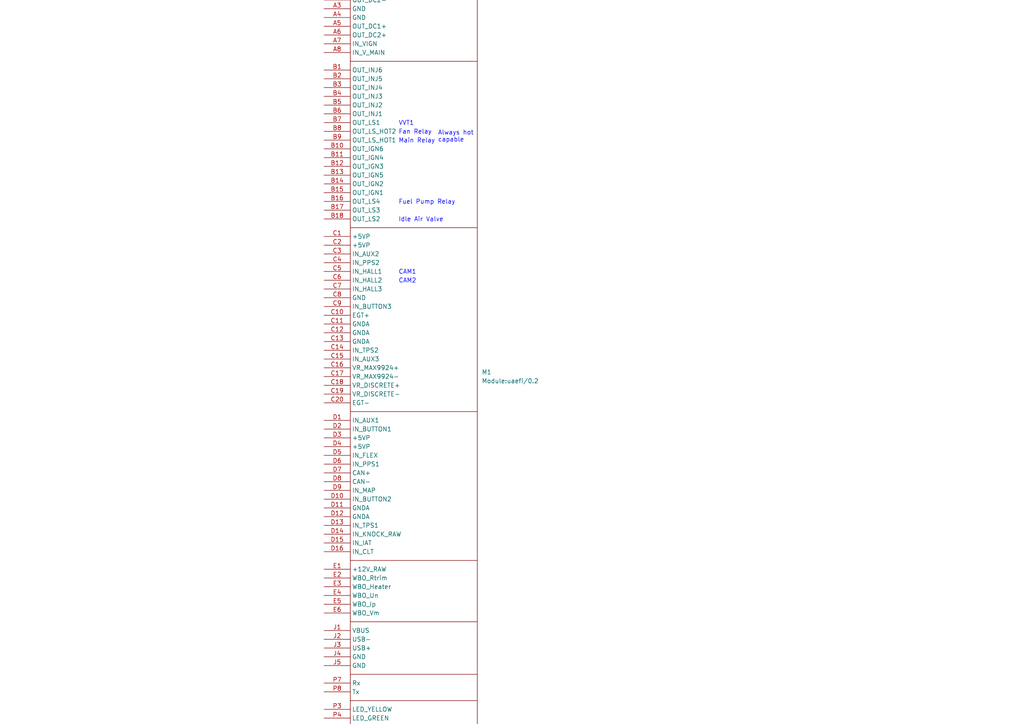
<source format=kicad_sch>
(kicad_sch (version 20231120) (generator "eeschema") (generator_version "8.0")
  (paper "A4")
  (lib_symbols
    (symbol "uaefi:Module-uaefi-0.2"
      (property "Reference" "M" (at 10.16 5.08 0))
      (property "Value" "Module:uaefi/0.2" (at 16.51 -227.33 0))
      (symbol "Module-uaefi-0.2_0_1"
        (polyline (pts (xy 7.62 -213.36) (xy 44.45 -213.36)))
        (polyline (pts (xy 7.62 -205.74) (xy 44.45 -205.74)))
        (polyline (pts (xy 7.62 -198.12) (xy 44.45 -198.12)))
        (polyline (pts (xy 7.62 -182.88) (xy 44.45 -182.88)))
        (polyline (pts (xy 7.62 -165.1) (xy 44.45 -165.1)))
        (polyline (pts (xy 7.62 -121.92) (xy 44.45 -121.92)))
        (polyline (pts (xy 7.62 -68.58) (xy 44.45 -68.58)))
        (polyline (pts (xy 7.62 -20.32) (xy 44.45 -20.32)))
        (rectangle (start 7.62 2.54) (end 44.45 -226.06))
      )
      (symbol "Module-uaefi-0.2_1_0"
        (pin passive line (at 0 -106.68 0) (length 7.62) (name "IN_AUX3") (number "C15"))
        (pin passive line (at 0 -109.22 0) (length 7.62) (name "VR_MAX9924+") (number "C16"))
        (pin passive line (at 0 -111.76 0) (length 7.62) (name "VR_MAX9924-") (number "C17"))
        (pin passive line (at 0 -114.3 0) (length 7.62) (name "VR_DISCRETE+") (number "C18"))
        (pin passive line (at 0 -116.84 0) (length 7.62) (name "VR_DISCRETE-") (number "C19"))
        (pin passive line (at 0 -119.38 0) (length 7.62) (name "EGT-") (number "C20"))
        (pin passive line (at 0 -124.46 0) (length 7.62) (name "IN_AUX1") (number "D1"))
        (pin passive line (at 0 -147.32 0) (length 7.62) (name "IN_BUTTON2") (number "D10"))
        (pin passive line (at 0 -149.86 0) (length 7.62) (name "GNDA") (number "D11"))
        (pin passive line (at 0 -152.4 0) (length 7.62) (name "GNDA") (number "D12"))
        (pin passive line (at 0 -154.94 0) (length 7.62) (name "IN_TPS1") (number "D13"))
        (pin passive line (at 0 -157.48 0) (length 7.62) (name "IN_KNOCK_RAW") (number "D14"))
        (pin passive line (at 0 -160.02 0) (length 7.62) (name "IN_IAT") (number "D15"))
        (pin passive line (at 0 -162.56 0) (length 7.62) (name "IN_CLT") (number "D16"))
        (pin passive line (at 0 -127 0) (length 7.62) (name "IN_BUTTON1") (number "D2"))
        (pin passive line (at 0 -129.54 0) (length 7.62) (name "+5VP") (number "D3"))
        (pin passive line (at 0 -132.08 0) (length 7.62) (name "+5VP") (number "D4"))
        (pin passive line (at 0 -134.62 0) (length 7.62) (name "IN_FLEX") (number "D5"))
        (pin passive line (at 0 -137.16 0) (length 7.62) (name "IN_PPS1") (number "D6"))
        (pin passive line (at 0 -139.7 0) (length 7.62) (name "CAN+") (number "D7"))
        (pin passive line (at 0 -142.24 0) (length 7.62) (name "CAN-") (number "D8"))
        (pin passive line (at 0 -144.78 0) (length 7.62) (name "IN_MAP") (number "D9"))
        (pin passive line (at 0 -167.64 0) (length 7.62) (name "+12V_RAW") (number "E1"))
        (pin passive line (at 0 -170.18 0) (length 7.62) (name "WBO_Rtrim") (number "E2"))
        (pin passive line (at 0 -172.72 0) (length 7.62) (name "WBO_Heater") (number "E3"))
        (pin passive line (at 0 -175.26 0) (length 7.62) (name "WBO_Un") (number "E4"))
        (pin passive line (at 0 -177.8 0) (length 7.62) (name "WBO_Ip") (number "E5"))
        (pin passive line (at 0 -180.34 0) (length 7.62) (name "WBO_Vm") (number "E6"))
        (pin passive line (at 0 -185.42 0) (length 7.62) (name "VBUS") (number "J1"))
        (pin passive line (at 0 -187.96 0) (length 7.62) (name "USB-") (number "J2"))
        (pin passive line (at 0 -190.5 0) (length 7.62) (name "USB+") (number "J3"))
        (pin passive line (at 0 -193.04 0) (length 7.62) (name "GND") (number "J4"))
        (pin passive line (at 0 -195.58 0) (length 7.62) (name "GND") (number "J5"))
        (pin passive line (at 0 -215.9 0) (length 7.62) (name "DC1_DIR") (number "P15"))
        (pin passive line (at 0 -220.98 0) (length 7.62) (name "DC2_DIR") (number "P16"))
        (pin passive line (at 0 -218.44 0) (length 7.62) (name "DC1_PWM") (number "P17"))
        (pin passive line (at 0 -223.52 0) (length 7.62) (name "DC2_PWM") (number "P18"))
        (pin passive line (at 0 -208.28 0) (length 7.62) (name "LED_YELLOW") (number "P3"))
        (pin passive line (at 0 -210.82 0) (length 7.62) (name "LED_GREEN") (number "P4"))
        (pin passive line (at 0 -200.66 0) (length 7.62) (name "Rx") (number "P7"))
        (pin passive line (at 0 -203.2 0) (length 7.62) (name "Tx") (number "P8"))
      )
      (symbol "Module-uaefi-0.2_1_1"
        (text "Always hot\ncapable" (at 33.02 -41.91 0) (effects (font (size 1.27 1.27)) (justify left)))
        (text "CAM1" (at 21.59 -81.28 0) (effects (font (size 1.27 1.27)) (justify left)))
        (text "CAM2" (at 21.59 -83.82 0) (effects (font (size 1.27 1.27)) (justify left)))
        (text "Fan Relay" (at 21.59 -40.64 0) (effects (font (size 1.27 1.27)) (justify left)))
        (text "Fuel Pump Relay" (at 21.59 -60.96 0) (effects (font (size 1.27 1.27)) (justify left)))
        (text "Idle Air Valve" (at 21.59 -66.04 0) (effects (font (size 1.27 1.27)) (justify left)))
        (text "Main Relay" (at 21.59 -43.18 0) (effects (font (size 1.27 1.27)) (justify left)))
        (text "VVT1" (at 21.59 -38.1 0) (effects (font (size 1.27 1.27)) (justify left)))
        (pin passive line (at 0 0 0) (length 7.62) (name "OUT_DC1-") (number "A1"))
        (pin passive line (at 0 -2.54 0) (length 7.62) (name "OUT_DC2-") (number "A2"))
        (pin passive line (at 0 -5.08 0) (length 7.62) (name "GND") (number "A3"))
        (pin passive line (at 0 -7.62 0) (length 7.62) (name "GND") (number "A4"))
        (pin passive line (at 0 -10.16 0) (length 7.62) (name "OUT_DC1+") (number "A5"))
        (pin passive line (at 0 -12.7 0) (length 7.62) (name "OUT_DC2+") (number "A6"))
        (pin passive line (at 0 -15.24 0) (length 7.62) (name "IN_VIGN") (number "A7"))
        (pin passive line (at 0 -17.78 0) (length 7.62) (name "IN_V_MAIN") (number "A8"))
        (pin passive line (at 0 -22.86 0) (length 7.62) (name "OUT_INJ6") (number "B1"))
        (pin passive line (at 0 -45.72 0) (length 7.62) (name "OUT_IGN6") (number "B10"))
        (pin passive line (at 0 -48.26 0) (length 7.62) (name "OUT_IGN4") (number "B11"))
        (pin passive line (at 0 -50.8 0) (length 7.62) (name "OUT_IGN3") (number "B12"))
        (pin passive line (at 0 -53.34 0) (length 7.62) (name "OUT_IGN5") (number "B13"))
        (pin passive line (at 0 -55.88 0) (length 7.62) (name "OUT_IGN2") (number "B14"))
        (pin passive line (at 0 -58.42 0) (length 7.62) (name "OUT_IGN1") (number "B15"))
        (pin passive line (at 0 -60.96 0) (length 7.62) (name "OUT_LS4") (number "B16"))
        (pin passive line (at 0 -63.5 0) (length 7.62) (name "OUT_LS3") (number "B17"))
        (pin passive line (at 0 -66.04 0) (length 7.62) (name "OUT_LS2") (number "B18"))
        (pin passive line (at 0 -25.4 0) (length 7.62) (name "OUT_INJ5") (number "B2"))
        (pin passive line (at 0 -27.94 0) (length 7.62) (name "OUT_INJ4") (number "B3"))
        (pin passive line (at 0 -30.48 0) (length 7.62) (name "OUT_INJ3") (number "B4"))
        (pin passive line (at 0 -33.02 0) (length 7.62) (name "OUT_INJ2") (number "B5"))
        (pin passive line (at 0 -35.56 0) (length 7.62) (name "OUT_INJ1") (number "B6"))
        (pin passive line (at 0 -38.1 0) (length 7.62) (name "OUT_LS1") (number "B7"))
        (pin passive line (at 0 -40.64 0) (length 7.62) (name "OUT_LS_HOT2") (number "B8"))
        (pin passive line (at 0 -43.18 0) (length 7.62) (name "OUT_LS_HOT1") (number "B9"))
        (pin passive line (at 0 -71.12 0) (length 7.62) (name "+5VP") (number "C1"))
        (pin passive line (at 0 -93.98 0) (length 7.62) (name "EGT+") (number "C10"))
        (pin passive line (at 0 -96.52 0) (length 7.62) (name "GNDA") (number "C11"))
        (pin passive line (at 0 -99.06 0) (length 7.62) (name "GNDA") (number "C12"))
        (pin passive line (at 0 -101.6 0) (length 7.62) (name "GNDA") (number "C13"))
        (pin passive line (at 0 -104.14 0) (length 7.62) (name "IN_TPS2") (number "C14"))
        (pin passive line (at 0 -73.66 0) (length 7.62) (name "+5VP") (number "C2"))
        (pin passive line (at 0 -76.2 0) (length 7.62) (name "IN_AUX2") (number "C3"))
        (pin passive line (at 0 -78.74 0) (length 7.62) (name "IN_PPS2") (number "C4"))
        (pin passive line (at 0 -81.28 0) (length 7.62) (name "IN_HALL1") (number "C5"))
        (pin passive line (at 0 -83.82 0) (length 7.62) (name "IN_HALL2") (number "C6"))
        (pin passive line (at 0 -86.36 0) (length 7.62) (name "IN_HALL3") (number "C7"))
        (pin passive line (at 0 -88.9 0) (length 7.62) (name "GND") (number "C8"))
        (pin passive line (at 0 -91.44 0) (length 7.62) (name "IN_BUTTON3") (number "C9"))
      )
    )
  )
  (symbol (lib_id "uaefi:Module-uaefi-0.2") (at 93.98 -2.54 0) (unit 1)
    (property "Reference" "M1" (at 139.7 107.9499 0) (effects (justify left)))
    (property "Value" "Module:uaefi/0.2" (at 139.7 110.4899 0) (effects (justify left)))
    (property "Footprint" "hellen-one-uaefi-0.2:uaefi" (effects (hide yes)))
  )
)
</source>
